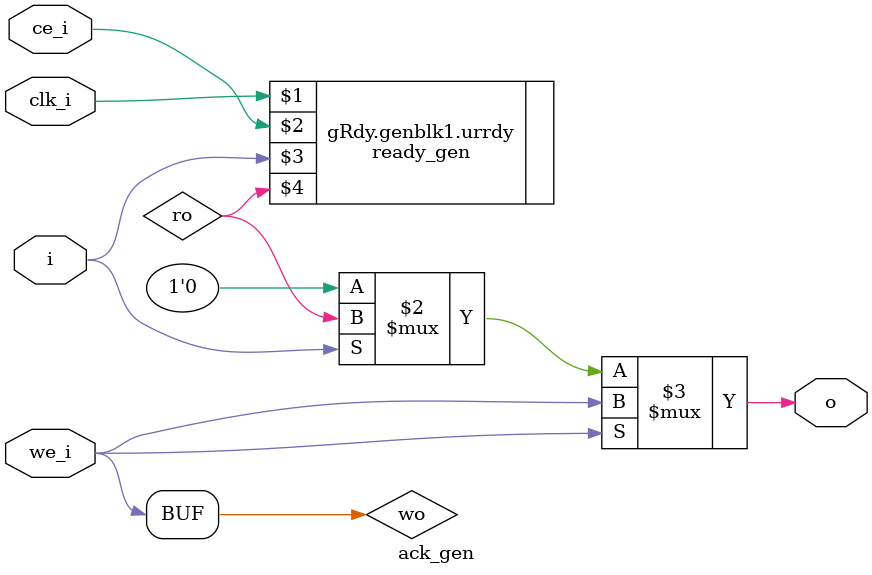
<source format=v>
module ack_gen(clk_i, ce_i, i, we_i, o);
input clk_i;
input ce_i;
input i;
input we_i;
output reg o;
parameter READ_STAGES = 3;
parameter WRITE_STAGES = 0;
parameter ACK_LEVEL = 1'b0;
parameter REGISTER_OUTPUT = 1'b0;

wire ro, wo;
generate begin : gRdy
if (READ_STAGES==0)
assign ro = 0;
else begin
ready_gen #(READ_STAGES) urrdy (clk_i, ce_i, i, ro);
end
if (WRITE_STAGES==0)
assign wo = we_i;
else begin
ready_gen #(WRITE_STAGES) uwrdy (clk_i, ce_i, we_i, wo);
end
if (REGISTER_OUTPUT) begin
always @(posedge clk_i)
	o <= we_i ? wo : (i ? ro : ACK_LEVEL);
end
else begin
always @*
	o <= we_i ? wo : (i ? ro : ACK_LEVEL);
end
end
endgenerate

endmodule

</source>
